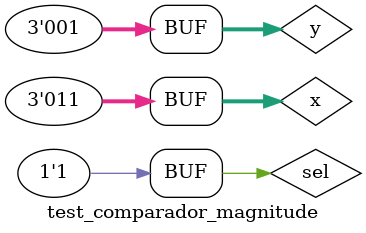
<source format=v>
module comparador_magnitude (
    output wire resultado,   // Saída: 1 se A > B ou A < B, conforme seleção
    input wire [2:0] A,      // Entrada A (3 bits)
    input wire [2:0] B,      // Entrada B (3 bits)
    input wire sel           // Chave de seleção (0-menor; 1-maior)
);

// Comparação bit a bit com portas básicas
wire a2_maior_b2, a1_maior_b1, a0_maior_b0;
wire a2_menor_b2, a1_menor_b1, a0_menor_b0;

// A > B comparações
and A2_MAIOR_B2 (a2_maior_b2, A[2], ~B[2]);
and A1_MAIOR_B1 (a1_maior_b1, A[1], ~B[1], ~A[2], ~B[2]);
and A0_MAIOR_B0 (a0_maior_b0, A[0], ~B[0], ~A[2], ~B[2], ~A[1], ~B[1]);

// A < B comparações
and A2_MENOR_B2 (a2_menor_b2, ~A[2], B[2]);
and A1_MENOR_B1 (a1_menor_b1, ~A[1], B[1], ~A[2], ~B[2]);
and A0_MENOR_B0 (a0_menor_b0, ~A[0], B[0], ~A[2], ~B[2], ~A[1], ~B[1]);

// Verificar se A > B ou A < B
or OR_MAIOR (maior, a2_maior_b2, a1_maior_b1, a0_maior_b0);
or OR_MENOR (menor, a2_menor_b2, a1_menor_b1, a0_menor_b0);

// Seleção entre maior ou menor
wire sel_not;
not NOT1 (sel_not, sel);
and AND_MENOR_SEL (resultado_menor, menor, sel_not);
and AND_MAIOR_SEL (resultado_maior, maior, sel);
or OR_FINAL (resultado, resultado_menor, resultado_maior);

endmodule

// Módulo de teste para o comparador de magnitude
module test_comparador_magnitude;
reg [2:0] x;
reg [2:0] y;
reg sel;
wire z;

comparador_magnitude COMP_MAG_MOD (z, x, y, sel);

initial begin
    $display("Comparador de Magnitude (A < B ou A > B)");
    $display("A    B    sel   resultado");

    // Testes
    x = 3'b000; y = 3'b001; sel = 1'b0;  // A < B
    #1 $monitor("%3b  %3b   %1b    %1b", x, y, sel, z);
    
    #1 sel = 1'b1;  // A > B
    #1 x = 3'b011; y = 3'b001; sel = 1'b0;  // A > B (selecionando menor)
    #1 sel = 1'b1;  // A > B (selecionando maior)
end
endmodule

</source>
